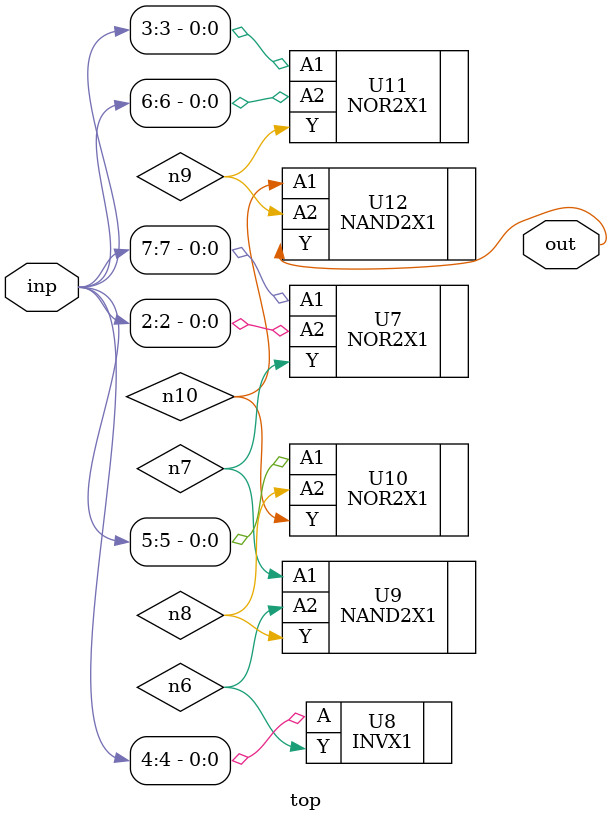
<source format=sv>


module top ( inp, out );
  input [7:0] inp;
  output out;
  wire   n6, n7, n8, n9, n10;

  NOR2X1 U7 ( .A1(inp[7]), .A2(inp[2]), .Y(n7) );
  INVX1 U8 ( .A(inp[4]), .Y(n6) );
  NAND2X1 U9 ( .A1(n7), .A2(n6), .Y(n8) );
  NOR2X1 U10 ( .A1(inp[5]), .A2(n8), .Y(n10) );
  NOR2X1 U11 ( .A1(inp[3]), .A2(inp[6]), .Y(n9) );
  NAND2X1 U12 ( .A1(n10), .A2(n9), .Y(out) );
endmodule


</source>
